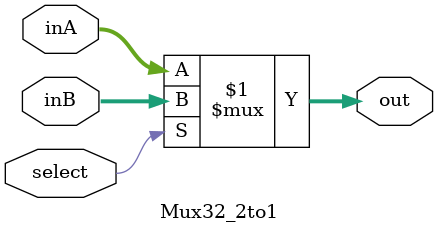
<source format=v>
`timescale 1ns / 1ps
module Mux32_2to1(
    input select,
    input [31:0] inA,
    input [31:0] inB,
    output [31:0] out
    );

	assign out = select ? inB : inA;

endmodule

</source>
